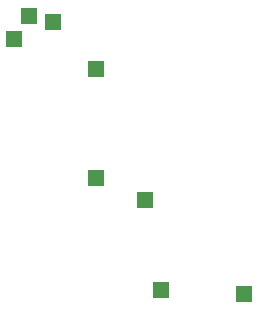
<source format=gbs>
%FSLAX43Y43*%
%MOMM*%
G71*
G01*
G75*
%ADD10R,0.600X2.150*%
%ADD11R,1.600X1.800*%
%ADD12C,0.400*%
%ADD13C,0.254*%
%ADD14R,1.200X1.200*%
%ADD15R,0.803X2.353*%
%ADD16R,1.803X2.003*%
%ADD17R,1.403X1.403*%
D17*
X18925Y77975D02*
D03*
X30000Y64325D02*
D03*
X20175Y79925D02*
D03*
X25825Y66225D02*
D03*
X38350Y56350D02*
D03*
X31350Y56700D02*
D03*
X25850Y75400D02*
D03*
X22225Y79425D02*
D03*
M02*

</source>
